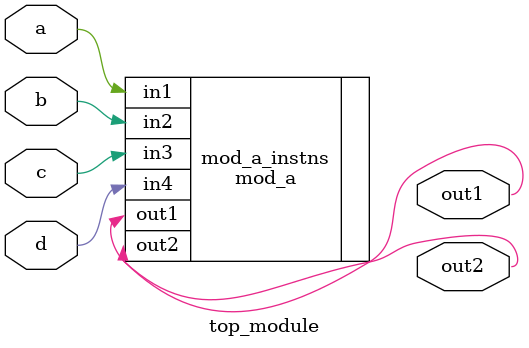
<source format=sv>
module top_module ( 
    input a, 
    input b, 
    input c,
    input d,
    output out1,
    output out2
);
    mod_a mod_a_instns( .out1(out1), .out2(out2), .in1(a), .in2(b), .in3(c), .in4(d));
endmodule

</source>
